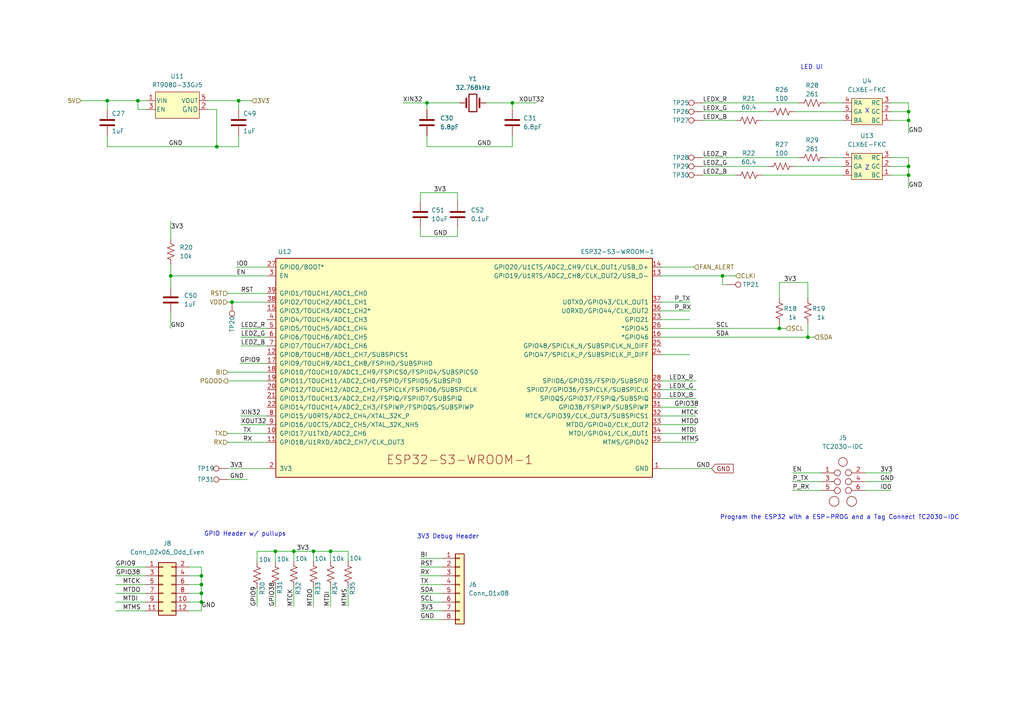
<source format=kicad_sch>
(kicad_sch (version 20211123) (generator eeschema)
  (paper "A4")
  (lib_symbols
    (symbol "CLX6E-FKC_1"
      (property "Reference" "U" (at 3.81 5.08 0))
      (property "Value" "CLX6E-FKC_1" (at 1.27 -5.08 0))
      (symbol "CLX6E-FKC_1_0_1"
        (rectangle (start -3.81 3.81) (end 5.08 -3.81) (stroke (width 0.1524)) (fill (type background)))
      )
      (symbol "CLX6E-FKC_1_1_1"
        (pin bidirectional line (at 7.62 -2.54 180) (length 2.54) (name "BC") (number "1"))
        (pin bidirectional line (at 7.62 0 180) (length 2.54) (name "GC") (number "2"))
        (pin bidirectional line (at 7.62 2.54 180) (length 2.54) (name "RC") (number "3"))
        (pin bidirectional line (at -6.35 2.54 0) (length 2.54) (name "RA") (number "4"))
        (pin bidirectional line (at -6.35 0 0) (length 2.54) (name "GA") (number "5"))
        (pin input line (at -6.35 -2.54 0) (length 2.54) (name "BA") (number "6"))
      )
    )
    (symbol "Connector:TestPoint" (pin_numbers hide) (pin_names (offset 0.762) hide)
      (property "Reference" "TP" (at 0 6.858 0))
      (property "Value" "TestPoint" (at 0 5.08 0))
      (symbol "TestPoint_0_1"
        (circle (center 0 3.302) (radius 0.762))
      )
      (symbol "TestPoint_1_1"
        (pin passive line (at 0 0 90) (length 2.54) (name "1") (number "1"))
      )
    )
    (symbol "Connector_Generic:Conn_01x08" (pin_names (offset 1.016) hide)
      (property "Reference" "J" (at 0 10.16 0))
      (property "Value" "Conn_01x08" (at 0 -12.7 0))
      (symbol "Conn_01x08_1_1"
        (rectangle (start -1.27 -10.033) (end 0 -10.287) (stroke (width 0.1524)))
        (rectangle (start -1.27 -7.493) (end 0 -7.747) (stroke (width 0.1524)))
        (rectangle (start -1.27 -4.953) (end 0 -5.207) (stroke (width 0.1524)))
        (rectangle (start -1.27 -2.413) (end 0 -2.667) (stroke (width 0.1524)))
        (rectangle (start -1.27 0.127) (end 0 -0.127) (stroke (width 0.1524)))
        (rectangle (start -1.27 2.667) (end 0 2.413) (stroke (width 0.1524)))
        (rectangle (start -1.27 5.207) (end 0 4.953) (stroke (width 0.1524)))
        (rectangle (start -1.27 7.747) (end 0 7.493) (stroke (width 0.1524)))
        (rectangle (start -1.27 8.89) (end 1.27 -11.43) (stroke (width 0.254)) (fill (type background)))
        (pin passive line (at -5.08 7.62 0) (length 3.81) (name "Pin_1") (number "1"))
        (pin passive line (at -5.08 5.08 0) (length 3.81) (name "Pin_2") (number "2"))
        (pin passive line (at -5.08 2.54 0) (length 3.81) (name "Pin_3") (number "3"))
        (pin passive line (at -5.08 0 0) (length 3.81) (name "Pin_4") (number "4"))
        (pin passive line (at -5.08 -2.54 0) (length 3.81) (name "Pin_5") (number "5"))
        (pin passive line (at -5.08 -5.08 0) (length 3.81) (name "Pin_6") (number "6"))
        (pin passive line (at -5.08 -7.62 0) (length 3.81) (name "Pin_7") (number "7"))
        (pin passive line (at -5.08 -10.16 0) (length 3.81) (name "Pin_8") (number "8"))
      )
    )
    (symbol "Connector_Generic:Conn_02x06_Odd_Even" (pin_names (offset 1.016) hide)
      (property "Reference" "J" (at 1.27 7.62 0))
      (property "Value" "Conn_02x06_Odd_Even" (at 1.27 -10.16 0))
      (symbol "Conn_02x06_Odd_Even_1_1"
        (rectangle (start -1.27 -7.493) (end 0 -7.747) (stroke (width 0.1524)))
        (rectangle (start -1.27 -4.953) (end 0 -5.207) (stroke (width 0.1524)))
        (rectangle (start -1.27 -2.413) (end 0 -2.667) (stroke (width 0.1524)))
        (rectangle (start -1.27 0.127) (end 0 -0.127) (stroke (width 0.1524)))
        (rectangle (start -1.27 2.667) (end 0 2.413) (stroke (width 0.1524)))
        (rectangle (start -1.27 5.207) (end 0 4.953) (stroke (width 0.1524)))
        (rectangle (start -1.27 6.35) (end 3.81 -8.89) (stroke (width 0.254)) (fill (type background)))
        (rectangle (start 3.81 -7.493) (end 2.54 -7.747) (stroke (width 0.1524)))
        (rectangle (start 3.81 -4.953) (end 2.54 -5.207) (stroke (width 0.1524)))
        (rectangle (start 3.81 -2.413) (end 2.54 -2.667) (stroke (width 0.1524)))
        (rectangle (start 3.81 0.127) (end 2.54 -0.127) (stroke (width 0.1524)))
        (rectangle (start 3.81 2.667) (end 2.54 2.413) (stroke (width 0.1524)))
        (rectangle (start 3.81 5.207) (end 2.54 4.953) (stroke (width 0.1524)))
        (pin passive line (at -5.08 5.08 0) (length 3.81) (name "Pin_1") (number "1"))
        (pin passive line (at 7.62 -5.08 180) (length 3.81) (name "Pin_10") (number "10"))
        (pin passive line (at -5.08 -7.62 0) (length 3.81) (name "Pin_11") (number "11"))
        (pin passive line (at 7.62 -7.62 180) (length 3.81) (name "Pin_12") (number "12"))
        (pin passive line (at 7.62 5.08 180) (length 3.81) (name "Pin_2") (number "2"))
        (pin passive line (at -5.08 2.54 0) (length 3.81) (name "Pin_3") (number "3"))
        (pin passive line (at 7.62 2.54 180) (length 3.81) (name "Pin_4") (number "4"))
        (pin passive line (at -5.08 0 0) (length 3.81) (name "Pin_5") (number "5"))
        (pin passive line (at 7.62 0 180) (length 3.81) (name "Pin_6") (number "6"))
        (pin passive line (at -5.08 -2.54 0) (length 3.81) (name "Pin_7") (number "7"))
        (pin passive line (at 7.62 -2.54 180) (length 3.81) (name "Pin_8") (number "8"))
        (pin passive line (at -5.08 -5.08 0) (length 3.81) (name "Pin_9") (number "9"))
      )
    )
    (symbol "Device:C" (pin_numbers hide) (pin_names (offset 0.254))
      (property "Reference" "C" (at 0.635 2.54 0))
      (property "Value" "C" (at 0.635 -2.54 0))
      (symbol "C_0_1"
        (polyline (pts (xy -2.032 -0.762) (xy 2.032 -0.762)) (stroke (width 0.508)))
        (polyline (pts (xy -2.032 0.762) (xy 2.032 0.762)) (stroke (width 0.508)))
      )
      (symbol "C_1_1"
        (pin passive line (at 0 3.81 270) (length 2.794) (name "~") (number "1"))
        (pin passive line (at 0 -3.81 90) (length 2.794) (name "~") (number "2"))
      )
    )
    (symbol "Device:Crystal" (pin_numbers hide) (pin_names (offset 1.016) hide)
      (property "Reference" "Y" (at 0 3.81 0))
      (property "Value" "Crystal" (at 0 -3.81 0))
      (symbol "Crystal_0_1"
        (rectangle (start -1.143 2.54) (end 1.143 -2.54) (stroke (width 0.3048)))
        (polyline (pts (xy -2.54 0) (xy -1.905 0)))
        (polyline (pts (xy -1.905 -1.27) (xy -1.905 1.27)) (stroke (width 0.508)))
        (polyline (pts (xy 1.905 -1.27) (xy 1.905 1.27)) (stroke (width 0.508)))
        (polyline (pts (xy 2.54 0) (xy 1.905 0)))
      )
      (symbol "Crystal_1_1"
        (pin passive line (at -3.81 0 0) (length 1.27) (name "1") (number "1"))
        (pin passive line (at 3.81 0 180) (length 1.27) (name "2") (number "2"))
      )
    )
    (symbol "Device:R_US" (pin_numbers hide) (pin_names (offset 0))
      (property "Reference" "R" (at 2.54 0 90))
      (property "Value" "R_US" (at -2.54 0 90))
      (symbol "R_US_0_1"
        (polyline (pts (xy 0 -2.286) (xy 0 -2.54)))
        (polyline (pts (xy 0 2.286) (xy 0 2.54)))
        (polyline (pts (xy 0 -0.762) (xy 1.016 -1.143) (xy 0 -1.524) (xy -1.016 -1.905) (xy 0 -2.286)))
        (polyline (pts (xy 0 0.762) (xy 1.016 0.381) (xy 0 0) (xy -1.016 -0.381) (xy 0 -0.762)))
        (polyline (pts (xy 0 2.286) (xy 1.016 1.905) (xy 0 1.524) (xy -1.016 1.143) (xy 0 0.762)))
      )
      (symbol "R_US_1_1"
        (pin passive line (at 0 3.81 270) (length 1.27) (name "~") (number "1"))
        (pin passive line (at 0 -3.81 90) (length 1.27) (name "~") (number "2"))
      )
    )
    (symbol "Espressif:ESP32-S3-WROOM-1" (pin_names (offset 1.016))
      (property "Reference" "U" (at -53.34 38.1 0))
      (property "Value" "ESP32-S3-WROOM-1" (at -53.34 35.56 0))
      (symbol "ESP32-S3-WROOM-1_0_0"
        (rectangle (start -53.34 33.02) (end 55.88 -30.48) (stroke (width 0.254)) (fill (type background)))
        (text "ESP32-S3-WROOM-1" (at 0 -25.4 0) (effects (font (size 2.54 2.54))))
        (pin power_in line (at 58.42 -27.94 180) (length 2.54) (name "GND") (number "1"))
        (pin bidirectional line (at -55.88 -17.78 0) (length 2.54) (name "GPIO17/U1TXD/ADC2_CH6") (number "10"))
        (pin bidirectional line (at -55.88 -20.32 0) (length 2.54) (name "GPIO18/U1RXD/ADC2_CH7/CLK_OUT3") (number "11"))
        (pin bidirectional line (at -55.88 5.08 0) (length 2.54) (name "GPIO8/TOUCH8/ADC1_CH7/SUBSPICS1") (number "12"))
        (pin bidirectional line (at 58.42 27.94 180) (length 2.54) (name "GPIO19/U1RTS/ADC2_CH8/CLK_OUT2/USB_D-") (number "13"))
        (pin bidirectional line (at 58.42 30.48 180) (length 2.54) (name "GPIO20/U1CTS/ADC2_CH9/CLK_OUT1/USB_D+") (number "14"))
        (pin bidirectional line (at -55.88 17.78 0) (length 2.54) (name "GPIO3/TOUCH3/ADC1_CH2*") (number "15"))
        (pin bidirectional line (at 58.42 10.16 180) (length 2.54) (name "*GPIO46") (number "16"))
        (pin bidirectional line (at -55.88 2.54 0) (length 2.54) (name "GPIO9/TOUCH9/ADC1_CH8/FSPIHD/SUBSPIHD") (number "17"))
        (pin bidirectional line (at -55.88 0 0) (length 2.54) (name "GPIO10/TOUCH10/ADC1_CH9/FSPICS0/FSPIIO4/SUBSPICS0") (number "18"))
        (pin bidirectional line (at -55.88 -2.54 0) (length 2.54) (name "GPIO11/TOUCH11/ADC2_CH0/FSPID/FSPIIO5/SUBSPID") (number "19"))
        (pin power_in line (at -55.88 -27.94 0) (length 2.54) (name "3V3") (number "2"))
        (pin bidirectional line (at -55.88 -5.08 0) (length 2.54) (name "GPIO12/TOUCH12/ADC2_CH1/FSPICLK/FSPIIO6/SUBSPICLK") (number "20"))
        (pin bidirectional line (at -55.88 -7.62 0) (length 2.54) (name "GPIO13/TOUCH13/ADC2_CH2/FSPIQ/FSPIIO7/SUBSPIQ") (number "21"))
        (pin bidirectional line (at -55.88 -10.16 0) (length 2.54) (name "GPIO14/TOUCH14/ADC2_CH3/FSPIWP/FSPIDQS/SUBSPIWP") (number "22"))
        (pin bidirectional line (at 58.42 15.24 180) (length 2.54) (name "GPIO21") (number "23"))
        (pin bidirectional line (at 58.42 5.08 180) (length 2.54) (name "GPIO47/SPICLK_P/SUBSPICLK_P_DIFF") (number "24"))
        (pin bidirectional line (at 58.42 7.62 180) (length 2.54) (name "GPIO48/SPICLK_N/SUBSPICLK_N_DIFF") (number "25"))
        (pin bidirectional line (at 58.42 12.7 180) (length 2.54) (name "*GPIO45") (number "26"))
        (pin bidirectional line (at -55.88 30.48 0) (length 2.54) (name "GPIO0/BOOT*") (number "27"))
        (pin bidirectional line (at 58.42 -2.54 180) (length 2.54) (name "SPIIO6/GPIO35/FSPID/SUBSPID") (number "28"))
        (pin bidirectional line (at 58.42 -5.08 180) (length 2.54) (name "SPIIO7/GPIO36/FSPICLK/SUBSPICLK") (number "29"))
        (pin input line (at -55.88 27.94 0) (length 2.54) (name "EN") (number "3"))
        (pin bidirectional line (at 58.42 -7.62 180) (length 2.54) (name "SPIDQS/GPIO37/FSPIQ/SUBSPIQ") (number "30"))
        (pin bidirectional line (at 58.42 -10.16 180) (length 2.54) (name "GPIO38/FSPIWP/SUBSPIWP") (number "31"))
        (pin bidirectional line (at 58.42 -12.7 180) (length 2.54) (name "MTCK/GPIO39/CLK_OUT3/SUBSPICS1") (number "32"))
        (pin bidirectional line (at 58.42 -15.24 180) (length 2.54) (name "MTDO/GPIO40/CLK_OUT2") (number "33"))
        (pin bidirectional line (at 58.42 -17.78 180) (length 2.54) (name "MTDI/GPIO41/CLK_OUT1") (number "34"))
        (pin bidirectional line (at 58.42 -20.32 180) (length 2.54) (name "MTMS/GPIO42") (number "35"))
        (pin bidirectional line (at 58.42 17.78 180) (length 2.54) (name "U0RXD/GPIO44/CLK_OUT2") (number "36"))
        (pin bidirectional line (at 58.42 20.32 180) (length 2.54) (name "U0TXD/GPIO43/CLK_OUT1") (number "37"))
        (pin bidirectional line (at -55.88 20.32 0) (length 2.54) (name "GPIO2/TOUCH2/ADC1_CH1") (number "38"))
        (pin bidirectional line (at -55.88 22.86 0) (length 2.54) (name "GPIO1/TOUCH1/ADC1_CH0") (number "39"))
        (pin bidirectional line (at -55.88 15.24 0) (length 2.54) (name "GPIO4/TOUCH4/ADC1_CH3") (number "4"))
        (pin passive line (at 58.42 -27.94 180) (length 2.54) hide (name "GND") (number "40"))
        (pin passive line (at 58.42 -27.94 180) (length 2.54) hide (name "GND") (number "41"))
        (pin bidirectional line (at -55.88 12.7 0) (length 2.54) (name "GPIO5/TOUCH5/ADC1_CH4") (number "5"))
        (pin bidirectional line (at -55.88 10.16 0) (length 2.54) (name "GPIO6/TOUCH6/ADC1_CH5") (number "6"))
        (pin bidirectional line (at -55.88 7.62 0) (length 2.54) (name "GPIO7/TOUCH7/ADC1_CH6") (number "7"))
        (pin bidirectional line (at -55.88 -12.7 0) (length 2.54) (name "GPIO15/U0RTS/ADC2_CH4/XTAL_32K_P") (number "8"))
        (pin bidirectional line (at -55.88 -15.24 0) (length 2.54) (name "GPIO16/U0CTS/ADC2_CH5/XTAL_32K_NH5") (number "9"))
      )
    )
    (symbol "Espressif:TC2030-IDC-NL" (pin_names (offset 1.016) hide)
      (property "Reference" "J" (at 0 -8.89 0))
      (property "Value" "TC2030-IDC-NL" (at 0.635 -11.43 0))
      (symbol "TC2030-IDC-NL_0_1"
        (circle (center -2.54 -5.715) (radius 1.4224))
        (circle (center -1.6002 2.54) (radius 0.889))
        (circle (center 0 5.715) (radius 1.27))
      )
      (symbol "TC2030-IDC-NL_1_1"
        (circle (center -1.6002 -2.5908) (radius 0.889))
        (circle (center -1.6002 -0.0508) (radius 0.889))
        (circle (center 1.6002 -2.54) (radius 0.889))
        (circle (center 1.6002 0) (radius 0.889))
        (circle (center 1.6002 2.5908) (radius 0.889))
        (circle (center 2.54 -5.715) (radius 1.4224))
        (pin passive line (at -6.35 2.54 0) (length 3.81) (name "Pin_1") (number "1"))
        (pin passive line (at 6.35 2.54 180) (length 3.81) (name "Pin_2") (number "2"))
        (pin passive line (at -6.35 0 0) (length 3.81) (name "Pin_3") (number "3"))
        (pin passive line (at 6.35 0 180) (length 3.81) (name "Pin_4") (number "4"))
        (pin passive line (at -6.35 -2.54 0) (length 3.81) (name "Pin_5") (number "5"))
        (pin passive line (at 6.35 -2.54 180) (length 3.81) (name "Pin_6") (number "6"))
      )
    )
    (symbol "bitaxe:RT9080-33GJ5" (pin_names (offset 0.254))
      (property "Reference" "U" (at -6.35 5.08 0))
      (property "Value" "RT9080-33GJ5" (at 0 -5.08 0))
      (symbol "RT9080-33GJ5_1_1"
        (rectangle (start -6.35 3.81) (end 6.35 -3.81) (stroke (width 0.1524)) (fill (type background)))
        (pin power_in line (at -8.89 1.27 0) (length 2.54) (name "VIN") (number "1"))
        (pin power_in line (at 8.89 -1.27 180) (length 2.54) (name "GND") (number "2"))
        (pin input line (at -8.89 -1.27 0) (length 2.54) (name "EN") (number "3"))
        (pin output line (at 8.89 1.27 180) (length 2.54) (name "VOUT") (number "5"))
      )
    )
  )
  (junction (at 209.55 80.01))
  (junction (at 85.217 159.893))
  (junction (at 58.42 172.085))
  (junction (at 123.825 29.845))
  (junction (at 263.525 32.385))
  (junction (at 263.525 34.925))
  (junction (at 62.865 42.545))
  (junction (at 263.525 48.26))
  (junction (at 95.885 159.893))
  (junction (at 263.525 50.8))
  (junction (at 40.005 29.21))
  (junction (at 58.42 174.625))
  (junction (at 58.42 169.545))
  (junction (at 148.59 29.845))
  (junction (at 79.883 159.893))
  (junction (at 226.06 95.25))
  (junction (at 90.932 159.893))
  (junction (at 49.53 80.01))
  (junction (at 69.215 29.21))
  (junction (at 58.42 167.005))
  (junction (at 234.315 97.79))
  (junction (at 67.31 87.63))
  (junction (at 31.115 29.21))
  (wire (pts (xy 33.528 177.165) (xy 42.164 177.165)))
  (wire (pts (xy 121.92 172.085) (xy 128.27 172.085)))
  (wire (pts (xy 121.92 177.165) (xy 128.27 177.165)))
  (wire (pts (xy 95.885 159.893) (xy 100.965 159.893)))
  (wire (pts (xy 121.92 55.88) (xy 121.92 58.42)))
  (wire (pts (xy 226.06 95.25) (xy 227.965 95.25)))
  (wire (pts (xy 191.77 113.03) (xy 201.93 113.03)))
  (wire (pts (xy 31.115 29.21) (xy 31.115 31.75)))
  (wire (pts (xy 258.445 32.385) (xy 263.525 32.385)))
  (wire (pts (xy 54.864 174.625) (xy 58.42 174.625)))
  (wire (pts (xy 54.864 167.005) (xy 58.42 167.005)))
  (wire (pts (xy 33.528 167.005) (xy 42.164 167.005)))
  (wire (pts (xy 191.77 125.73) (xy 201.93 125.73)))
  (wire (pts (xy 58.42 169.545) (xy 58.42 172.085)))
  (wire (pts (xy 239.395 29.845) (xy 244.475 29.845)))
  (wire (pts (xy 60.325 31.75) (xy 62.865 31.75)))
  (wire (pts (xy 140.97 29.845) (xy 148.59 29.845)))
  (wire (pts (xy 58.42 164.465) (xy 58.42 167.005)))
  (wire (pts (xy 258.445 50.8) (xy 263.525 50.8)))
  (wire (pts (xy 250.825 139.7) (xy 258.445 139.7)))
  (wire (pts (xy 263.525 32.385) (xy 263.525 34.925)))
  (wire (pts (xy 69.215 39.37) (xy 69.215 42.545)))
  (wire (pts (xy 234.315 93.98) (xy 234.315 97.79)))
  (wire (pts (xy 54.864 164.465) (xy 58.42 164.465)))
  (wire (pts (xy 66.04 110.49) (xy 77.47 110.49)))
  (wire (pts (xy 132.715 68.58) (xy 121.92 68.58)))
  (wire (pts (xy 54.864 177.165) (xy 58.42 177.165)))
  (wire (pts (xy 62.865 31.75) (xy 62.865 42.545)))
  (wire (pts (xy 123.825 42.545) (xy 123.825 39.37)))
  (wire (pts (xy 220.98 34.925) (xy 244.475 34.925)))
  (wire (pts (xy 250.825 137.16) (xy 258.445 137.16)))
  (wire (pts (xy 69.215 29.21) (xy 69.215 31.75)))
  (wire (pts (xy 79.883 159.893) (xy 85.217 159.893)))
  (wire (pts (xy 77.47 125.73) (xy 66.04 125.73)))
  (wire (pts (xy 132.715 66.04) (xy 132.715 68.58)))
  (wire (pts (xy 49.53 76.835) (xy 49.53 80.01)))
  (wire (pts (xy 263.525 34.925) (xy 263.525 38.735)))
  (wire (pts (xy 40.005 29.21) (xy 42.545 29.21)))
  (wire (pts (xy 191.77 92.71) (xy 200.025 92.71)))
  (wire (pts (xy 234.315 81.915) (xy 234.315 86.36)))
  (wire (pts (xy 191.77 102.87) (xy 200.025 102.87)))
  (wire (pts (xy 49.53 90.805) (xy 49.53 95.25)))
  (wire (pts (xy 69.85 97.79) (xy 77.47 97.79)))
  (wire (pts (xy 58.42 172.085) (xy 58.42 174.625)))
  (wire (pts (xy 209.55 82.55) (xy 209.55 80.01)))
  (wire (pts (xy 69.85 100.33) (xy 77.47 100.33)))
  (wire (pts (xy 226.06 81.915) (xy 226.06 86.36)))
  (wire (pts (xy 148.59 29.845) (xy 155.575 29.845)))
  (wire (pts (xy 69.85 120.65) (xy 77.47 120.65)))
  (wire (pts (xy 85.217 159.893) (xy 85.217 162.687)))
  (wire (pts (xy 77.47 85.09) (xy 66.04 85.09)))
  (wire (pts (xy 230.505 48.26) (xy 244.475 48.26)))
  (wire (pts (xy 66.04 107.95) (xy 77.47 107.95)))
  (wire (pts (xy 68.58 77.47) (xy 77.47 77.47)))
  (wire (pts (xy 191.77 120.65) (xy 201.93 120.65)))
  (wire (pts (xy 191.77 115.57) (xy 201.93 115.57)))
  (wire (pts (xy 116.84 29.845) (xy 123.825 29.845)))
  (wire (pts (xy 123.825 42.545) (xy 148.59 42.545)))
  (wire (pts (xy 220.98 50.8) (xy 244.475 50.8)))
  (wire (pts (xy 203.835 34.925) (xy 213.36 34.925)))
  (wire (pts (xy 123.825 29.845) (xy 123.825 31.75)))
  (wire (pts (xy 54.864 172.085) (xy 58.42 172.085)))
  (wire (pts (xy 54.864 169.545) (xy 58.42 169.545)))
  (wire (pts (xy 23.495 29.21) (xy 31.115 29.21)))
  (wire (pts (xy 210.82 82.55) (xy 209.55 82.55)))
  (wire (pts (xy 222.885 48.26) (xy 203.835 48.26)))
  (wire (pts (xy 250.825 142.24) (xy 258.445 142.24)))
  (wire (pts (xy 191.77 123.19) (xy 201.93 123.19)))
  (wire (pts (xy 90.932 159.893) (xy 90.932 162.687)))
  (wire (pts (xy 203.835 50.8) (xy 213.36 50.8)))
  (wire (pts (xy 191.77 77.47) (xy 201.295 77.47)))
  (wire (pts (xy 121.92 174.625) (xy 128.27 174.625)))
  (wire (pts (xy 74.549 159.893) (xy 79.883 159.893)))
  (wire (pts (xy 258.445 48.26) (xy 263.525 48.26)))
  (wire (pts (xy 69.85 123.19) (xy 77.47 123.19)))
  (wire (pts (xy 33.528 169.545) (xy 42.164 169.545)))
  (wire (pts (xy 263.525 48.26) (xy 263.525 50.8)))
  (wire (pts (xy 226.06 81.915) (xy 234.315 81.915)))
  (wire (pts (xy 230.505 32.385) (xy 244.475 32.385)))
  (wire (pts (xy 234.315 97.79) (xy 236.22 97.79)))
  (wire (pts (xy 191.77 90.17) (xy 200.025 90.17)))
  (wire (pts (xy 90.932 170.307) (xy 90.932 175.895)))
  (wire (pts (xy 95.885 159.893) (xy 95.885 162.687)))
  (wire (pts (xy 77.47 128.27) (xy 66.04 128.27)))
  (wire (pts (xy 191.77 110.49) (xy 201.93 110.49)))
  (wire (pts (xy 123.825 29.845) (xy 133.35 29.845)))
  (wire (pts (xy 33.528 164.465) (xy 42.164 164.465)))
  (wire (pts (xy 229.87 142.24) (xy 238.125 142.24)))
  (wire (pts (xy 49.53 80.01) (xy 77.47 80.01)))
  (wire (pts (xy 69.85 95.25) (xy 77.47 95.25)))
  (wire (pts (xy 79.883 170.561) (xy 79.883 175.895)))
  (wire (pts (xy 191.77 97.79) (xy 234.315 97.79)))
  (wire (pts (xy 49.53 64.135) (xy 49.53 69.215)))
  (wire (pts (xy 66.04 139.065) (xy 71.755 139.065)))
  (wire (pts (xy 69.215 29.21) (xy 73.025 29.21)))
  (wire (pts (xy 33.528 174.625) (xy 42.164 174.625)))
  (wire (pts (xy 31.115 29.21) (xy 40.005 29.21)))
  (wire (pts (xy 121.92 167.005) (xy 128.27 167.005)))
  (wire (pts (xy 121.92 169.545) (xy 128.27 169.545)))
  (wire (pts (xy 191.77 118.11) (xy 201.93 118.11)))
  (wire (pts (xy 79.883 159.893) (xy 79.883 162.941)))
  (wire (pts (xy 191.77 128.27) (xy 201.93 128.27)))
  (wire (pts (xy 100.965 159.893) (xy 100.965 162.687)))
  (wire (pts (xy 33.528 172.085) (xy 42.164 172.085)))
  (wire (pts (xy 263.525 45.72) (xy 263.525 48.26)))
  (wire (pts (xy 191.77 135.89) (xy 206.375 135.89)))
  (wire (pts (xy 229.87 139.7) (xy 238.125 139.7)))
  (wire (pts (xy 31.115 42.545) (xy 31.115 39.37)))
  (wire (pts (xy 67.31 87.63) (xy 77.47 87.63)))
  (wire (pts (xy 263.525 50.8) (xy 263.525 54.61)))
  (wire (pts (xy 121.92 68.58) (xy 121.92 66.04)))
  (wire (pts (xy 121.92 161.925) (xy 128.27 161.925)))
  (wire (pts (xy 203.835 45.72) (xy 231.775 45.72)))
  (wire (pts (xy 209.55 80.01) (xy 213.36 80.01)))
  (wire (pts (xy 85.217 170.307) (xy 85.217 175.895)))
  (wire (pts (xy 42.545 31.75) (xy 40.005 31.75)))
  (wire (pts (xy 258.445 34.925) (xy 263.525 34.925)))
  (wire (pts (xy 148.59 29.845) (xy 148.59 31.75)))
  (wire (pts (xy 90.932 159.893) (xy 95.885 159.893)))
  (wire (pts (xy 229.87 137.16) (xy 238.125 137.16)))
  (wire (pts (xy 191.77 95.25) (xy 226.06 95.25)))
  (wire (pts (xy 69.596 105.41) (xy 77.47 105.41)))
  (wire (pts (xy 191.77 87.63) (xy 200.025 87.63)))
  (wire (pts (xy 40.005 31.75) (xy 40.005 29.21)))
  (wire (pts (xy 74.549 162.941) (xy 74.549 159.893)))
  (wire (pts (xy 95.885 170.307) (xy 95.885 175.895)))
  (wire (pts (xy 121.92 179.705) (xy 128.27 179.705)))
  (wire (pts (xy 100.965 170.307) (xy 100.965 175.895)))
  (wire (pts (xy 49.53 80.01) (xy 49.53 83.185)))
  (wire (pts (xy 239.395 45.72) (xy 244.475 45.72)))
  (wire (pts (xy 226.06 93.98) (xy 226.06 95.25)))
  (wire (pts (xy 148.59 39.37) (xy 148.59 42.545)))
  (wire (pts (xy 85.217 159.893) (xy 90.932 159.893)))
  (wire (pts (xy 203.835 29.845) (xy 231.775 29.845)))
  (wire (pts (xy 258.445 29.845) (xy 263.525 29.845)))
  (wire (pts (xy 132.715 55.88) (xy 121.92 55.88)))
  (wire (pts (xy 258.445 45.72) (xy 263.525 45.72)))
  (wire (pts (xy 74.549 170.561) (xy 74.549 175.895)))
  (wire (pts (xy 121.92 164.465) (xy 128.27 164.465)))
  (wire (pts (xy 222.885 32.385) (xy 203.835 32.385)))
  (wire (pts (xy 66.04 135.89) (xy 77.47 135.89)))
  (wire (pts (xy 132.715 58.42) (xy 132.715 55.88)))
  (wire (pts (xy 263.525 29.845) (xy 263.525 32.385)))
  (wire (pts (xy 66.04 87.63) (xy 67.31 87.63)))
  (wire (pts (xy 69.215 42.545) (xy 62.865 42.545)))
  (wire (pts (xy 60.325 29.21) (xy 69.215 29.21)))
  (wire (pts (xy 58.42 174.625) (xy 58.42 177.165)))
  (wire (pts (xy 62.865 42.545) (xy 31.115 42.545)))
  (wire (pts (xy 191.77 80.01) (xy 209.55 80.01)))
  (wire (pts (xy 58.42 167.005) (xy 58.42 169.545)))
  (text "X" (at 250.825 33.02 0) (effects (font (size 1.27 1.27)) (justify left bottom)))
  (text "Z" (at 250.825 49.53 0) (effects (font (size 1.27 1.27)) (justify left bottom)))
  (text "Program the ESP32 with a ESP-PROG and a Tag Connect TC2030-IDC" (at 208.788 150.876 0) (effects (font (size 1.27 1.27)) (justify left bottom)))
  (text "3V3 Debug Header" (at 120.904 156.464 0) (effects (font (size 1.27 1.27)) (justify left bottom)))
  (text "GPIO Header w/ pullups" (at 59.182 155.702 0) (effects (font (size 1.27 1.27)) (justify left bottom)))
  (text "LED UI" (at 232.156 20.32 0) (effects (font (size 1.27 1.27)) (justify left bottom)))
  (label "LEDZ_G" (at 203.835 48.26 0))
  (label "GPIO9" (at 74.549 175.895 90))
  (label "P_RX" (at 229.87 142.24 0))
  (label "RX" (at 121.92 167.005 0))
  (label "EN" (at 68.58 80.01 0))
  (label "MTMS" (at 197.485 128.27 0))
  (label "RST" (at 121.92 164.465 0))
  (label "RST" (at 69.85 85.09 0))
  (label "GPIO9" (at 33.528 164.465 0))
  (label "SDA" (at 121.92 172.085 0))
  (label "MTCK" (at 85.217 175.895 90))
  (label "GPIO38" (at 33.655 167.005 0))
  (label "GND" (at 263.525 54.61 0))
  (label "GPIO38" (at 195.58 118.11 0))
  (label "LEDX_G" (at 194.056 113.03 0))
  (label "P_TX" (at 229.87 139.7 0))
  (label "EN" (at 229.87 137.16 0))
  (label "MTMS" (at 100.965 175.895 90))
  (label "3V3" (at 85.979 159.893 0))
  (label "MTDO" (at 35.56 172.085 0))
  (label "XOUT32" (at 150.495 29.845 0))
  (label "P_RX" (at 195.58 90.17 0))
  (label "LEDX_G" (at 203.835 32.385 0))
  (label "LEDZ_G" (at 69.85 97.79 0))
  (label "GND" (at 125.73 68.58 0))
  (label "3V3" (at 66.675 135.89 0))
  (label "3V3" (at 227.33 81.915 0))
  (label "MTDI" (at 35.56 174.625 0))
  (label "IO0" (at 68.58 77.47 0))
  (label "SDA" (at 207.645 97.79 0))
  (label "BI" (at 121.92 161.925 0))
  (label "GND" (at 66.675 139.065 0))
  (label "XIN32" (at 69.85 120.65 0))
  (label "TX" (at 70.485 125.73 0))
  (label "MTDO" (at 197.485 123.19 0))
  (label "GND" (at 138.43 42.545 0))
  (label "3V3" (at 255.27 137.16 0))
  (label "GND" (at 58.42 176.53 0))
  (label "LEDX_R" (at 194.056 110.49 0))
  (label "MTMS" (at 35.56 177.165 0))
  (label "MTDI" (at 197.485 125.73 0))
  (label "LEDZ_R" (at 203.835 45.72 0))
  (label "MTCK" (at 35.56 169.545 0))
  (label "IO0" (at 255.27 142.24 0))
  (label "SCL" (at 121.92 174.625 0))
  (label "SCL" (at 207.645 95.25 0))
  (label "XOUT32" (at 69.85 123.19 0))
  (label "XIN32" (at 116.84 29.845 0))
  (label "GND" (at 201.93 135.89 0))
  (label "TX" (at 121.92 169.545 0))
  (label "3V3" (at 125.73 55.88 0))
  (label "3V3" (at 121.92 177.165 0))
  (label "LEDX_R" (at 203.835 29.845 0))
  (label "MTCK" (at 197.485 120.65 0))
  (label "3V3" (at 49.53 66.675 0))
  (label "GND" (at 49.53 95.25 0))
  (label "P_TX" (at 195.58 87.63 0))
  (label "GND" (at 121.92 179.705 0))
  (label "LEDZ_R" (at 69.85 95.25 0))
  (label "GPIO9" (at 69.596 105.41 0))
  (label "GPIO38" (at 79.883 175.895 90))
  (label "GND" (at 255.27 139.7 0))
  (label "GND" (at 48.895 42.545 0))
  (label "LEDX_B" (at 194.056 115.57 0))
  (label "RX" (at 70.485 128.27 0))
  (label "MTDO" (at 90.932 175.895 90))
  (label "LEDZ_B" (at 69.85 100.33 0))
  (label "LEDZ_B" (at 203.835 50.8 0))
  (label "LEDX_B" (at 203.835 34.925 0))
  (label "GND" (at 263.525 38.735 0))
  (label "MTDI" (at 95.885 175.895 90))
  (global_label "GND" (shape input) (at 206.375 135.89 0) (property "Intersheet References" "${INTERSHEET_REFS}" (effects hide)))
  (hierarchical_label "TX" (shape input) (at 66.04 125.73 180))
  (hierarchical_label "RX" (shape input) (at 66.04 128.27 180))
  (hierarchical_label "CLKI" (shape input) (at 213.36 80.01 0))
  (hierarchical_label "FAN_ALERT" (shape input) (at 201.295 77.47 0))
  (hierarchical_label "BI" (shape input) (at 66.04 107.95 180))
  (hierarchical_label "3V3" (shape input) (at 73.025 29.21 0))
  (hierarchical_label "SCL" (shape input) (at 227.965 95.25 0))
  (hierarchical_label "RST" (shape input) (at 66.04 85.09 180))
  (hierarchical_label "SDA" (shape input) (at 236.22 97.79 0))
  (hierarchical_label "PGOOD" (shape output) (at 66.04 110.49 180))
  (hierarchical_label "5V" (shape input) (at 23.495 29.21 180))
  (hierarchical_label "VDD" (shape input) (at 66.04 87.63 180))
  (symbol (lib_id "Device:R_US") (at 100.965 166.497 0) (unit 1)
    (property "Reference" "R35" (at 102.235 172.593 90) (effects (justify left)))
    (property "Value" "10k" (at 101.346 161.925 0) (effects (justify left)))
    (property "Footprint" "Resistor_SMD:R_0402_1005Metric" (effects hide))
    (property "DK" "311-10KJRCT-ND" (effects hide))
    (property "DNP" "T" (effects hide))
  )
  (symbol (lib_id "Device:R_US") (at 235.585 29.845 90) (unit 1)
    (property "Reference" "R28" (at 235.585 24.765 90))
    (property "Value" "261" (at 235.585 27.305 90))
    (property "Footprint" "Resistor_SMD:R_0402_1005Metric" (effects hide))
    (property "DK" "YAG3078CT-ND" (effects hide))
  )
  (symbol (lib_id "Device:R_US") (at 226.06 90.17 180) (unit 1)
    (property "Reference" "R18" (at 229.235 89.535 0))
    (property "Value" "1k" (at 229.87 92.075 0))
    (property "Footprint" "Resistor_SMD:R_0402_1005Metric" (effects hide))
    (property "DK" "YAG2306CT-ND" (effects hide))
  )
  (symbol (lib_id "Device:C") (at 49.53 86.995 0) (unit 1)
    (property "Reference" "C50" (at 53.34 85.7249 0) (effects (justify left)))
    (property "Value" "1uF" (at 53.34 88.2649 0) (effects (justify left)))
    (property "Footprint" "Capacitor_SMD:C_0402_1005Metric" (effects hide))
    (property "DK" "587-5514-1-ND" (effects hide))
  )
  (symbol (lib_id "Device:C") (at 123.825 35.56 0) (unit 1)
    (property "Reference" "C30" (at 127.635 34.2899 0) (effects (justify left)))
    (property "Value" "6.8pF" (at 127.635 36.8299 0) (effects (justify left)))
    (property "Footprint" "Capacitor_SMD:C_0402_1005Metric" (effects hide))
    (property "DK" "399-C0402C689C5GAC7867CT-ND" (effects hide))
    (property "PARTNO" "C0402C689C5GAC7867" (effects hide))
  )
  (symbol (lib_id "Device:R_US") (at 95.885 166.497 0) (unit 1)
    (property "Reference" "R34" (at 97.155 172.593 90) (effects (justify left)))
    (property "Value" "10k" (at 96.266 162.052 0) (effects (justify left)))
    (property "Footprint" "Resistor_SMD:R_0402_1005Metric" (effects hide))
    (property "DK" "311-10KJRCT-ND" (effects hide))
    (property "DNP" "T" (effects hide))
  )
  (symbol (lib_id "Connector:TestPoint") (at 203.835 34.925 90) (mirror x) (unit 1)
    (property "Reference" "TP27" (at 197.485 34.925 90))
    (property "Value" "TestPoint" (effects hide))
    (property "Footprint" "TestPoint:TestPoint_Pad_D1.5mm" (effects hide))
    (property "DNP" "T" (effects hide))
  )
  (symbol (lib_id "Connector:TestPoint") (at 203.835 48.26 90) (mirror x) (unit 1)
    (property "Reference" "TP29" (at 197.485 48.26 90))
    (property "Value" "TestPoint" (effects hide))
    (property "Footprint" "TestPoint:TestPoint_Pad_D1.5mm" (effects hide))
    (property "DNP" "T" (effects hide))
  )
  (symbol (lib_name "CLX6E-FKC_1") (lib_id "bitaxe:CLX6E-FKC") (at 250.825 32.385 0) (unit 1)
    (property "Reference" "U4" (at 251.46 23.495 0))
    (property "Value" "CLX6E-FKC" (at 251.46 26.035 0))
    (property "Footprint" "bitaxe:CLX6E-FKC-CH1M1D1BB7C3D3" (effects hide))
    (property "Datasheet" "https://assets.cree-led.com/a/ds/h/HB-CLX6E-FKC.pdf" (effects hide))
    (property "DK" "CLX6E-FKC-CH1M1D1BB7C3D3CT-ND" (effects hide))
    (property "PARTNO" "CLX6E-FKC-CH1M1D1BB7C3D3" (effects hide))
  )
  (symbol (lib_id "Device:C") (at 132.715 62.23 0) (unit 1)
    (property "Reference" "C52" (at 136.525 60.9599 0) (effects (justify left)))
    (property "Value" "0.1uF" (at 136.525 63.4999 0) (effects (justify left)))
    (property "Footprint" "Capacitor_SMD:C_0402_1005Metric" (effects hide))
    (property "DK" "1292-1639-1-ND" (effects hide))
  )
  (symbol (lib_id "Connector:TestPoint") (at 67.31 87.63 0) (mirror x) (unit 1)
    (property "Reference" "TP20" (at 67.31 93.98 90))
    (property "Value" "TestPoint" (effects hide))
    (property "Footprint" "TestPoint:TestPoint_Pad_D1.5mm" (effects hide))
    (property "DNP" "T" (effects hide))
  )
  (symbol (lib_id "Connector_Generic:Conn_02x06_Odd_Even") (at 47.244 169.545 0) (unit 1)
    (property "Reference" "J8" (at 48.514 157.607 0))
    (property "Value" "Conn_02x06_Odd_Even" (at 48.514 160.147 0))
    (property "Footprint" "Connector_PinHeader_2.54mm:PinHeader_2x06_P2.54mm_Vertical_SMD" (effects hide))
    (property "DNP" "T" (effects hide))
  )
  (symbol (lib_id "Device:R_US") (at 226.695 32.385 90) (unit 1)
    (property "Reference" "R26" (at 226.695 26.035 90))
    (property "Value" "100" (at 226.695 28.575 90))
    (property "Footprint" "Resistor_SMD:R_0402_1005Metric" (effects hide))
    (property "DK" "RMCF0402FT100RCT-ND" (effects hide))
  )
  (symbol (lib_id "Device:R_US") (at 235.585 45.72 90) (unit 1)
    (property "Reference" "R29" (at 235.585 40.64 90))
    (property "Value" "261" (at 235.585 43.18 90))
    (property "Footprint" "Resistor_SMD:R_0402_1005Metric" (effects hide))
    (property "DK" "YAG3078CT-ND" (effects hide))
  )
  (symbol (lib_id "Device:R_US") (at 234.315 90.17 180) (unit 1)
    (property "Reference" "R19" (at 237.49 89.535 0))
    (property "Value" "1k" (at 238.125 92.075 0))
    (property "Footprint" "Resistor_SMD:R_0402_1005Metric" (effects hide))
    (property "DK" "YAG2306CT-ND" (effects hide))
  )
  (symbol (lib_id "Device:C") (at 148.59 35.56 0) (unit 1)
    (property "Reference" "C31" (at 151.765 34.2899 0) (effects (justify left)))
    (property "Value" "6.8pF" (at 151.765 36.8299 0) (effects (justify left)))
    (property "Footprint" "Capacitor_SMD:C_0402_1005Metric" (effects hide))
    (property "DK" "399-C0402C689C5GAC7867CT-ND" (effects hide))
    (property "PARTNO" "C0402C689C5GAC7867" (effects hide))
  )
  (symbol (lib_id "Device:R_US") (at 85.217 166.497 0) (unit 1)
    (property "Reference" "R32" (at 86.487 172.593 90) (effects (justify left)))
    (property "Value" "10k" (at 85.598 162.052 0) (effects (justify left)))
    (property "Footprint" "Resistor_SMD:R_0402_1005Metric" (effects hide))
    (property "DK" "311-10KJRCT-ND" (effects hide))
    (property "DNP" "T" (effects hide))
  )
  (symbol (lib_id "bitaxe:RT9080-33GJ5") (at 51.435 30.48 0) (unit 1)
    (property "Reference" "U11" (at 51.435 22.098 0))
    (property "Value" "RT9080-33GJ5" (at 51.435 24.638 0))
    (property "Footprint" "bitaxe:RT9080-33GJ5" (effects hide))
    (property "Datasheet" "https://www.richtek.com/assets/product_file/RT9080/DS9080-05.pdf" (effects hide))
    (property "DK" "1028-1509-1-ND" (effects hide))
    (property "PARTNO" "RT9080-33GJ5" (effects hide))
  )
  (symbol (lib_id "Connector:TestPoint") (at 203.835 50.8 90) (mirror x) (unit 1)
    (property "Reference" "TP30" (at 197.485 50.8 90))
    (property "Value" "TestPoint" (effects hide))
    (property "Footprint" "TestPoint:TestPoint_Pad_D1.5mm" (effects hide))
    (property "DNP" "T" (effects hide))
  )
  (symbol (lib_id "Device:R_US") (at 74.549 166.751 0) (unit 1)
    (property "Reference" "R30" (at 76.073 172.593 90) (effects (justify left)))
    (property "Value" "10k" (at 75.057 162.306 0) (effects (justify left)))
    (property "Footprint" "Resistor_SMD:R_0402_1005Metric" (effects hide))
    (property "DK" "311-10KJRCT-ND" (effects hide))
  )
  (symbol (lib_id "Device:R_US") (at 79.883 166.751 0) (unit 1)
    (property "Reference" "R31" (at 81.153 172.339 90) (effects (justify left)))
    (property "Value" "10k" (at 80.264 162.179 0) (effects (justify left)))
    (property "Footprint" "Resistor_SMD:R_0402_1005Metric" (effects hide))
    (property "DK" "311-10KJRCT-ND" (effects hide))
    (property "DNP" "T" (effects hide))
  )
  (symbol (lib_id "Connector:TestPoint") (at 66.04 139.065 90) (mirror x) (unit 1)
    (property "Reference" "TP31" (at 59.69 139.065 90))
    (property "Value" "TestPoint" (effects hide))
    (property "Footprint" "TestPoint:TestPoint_Pad_D1.5mm" (effects hide))
    (property "DNP" "T" (effects hide))
  )
  (symbol (lib_id "Device:R_US") (at 226.695 48.26 90) (unit 1)
    (property "Reference" "R27" (at 226.695 41.91 90))
    (property "Value" "100" (at 226.695 44.45 90))
    (property "Footprint" "Resistor_SMD:R_0402_1005Metric" (effects hide))
    (property "DK" "RMCF0402FT100RCT-ND" (effects hide))
  )
  (symbol (lib_id "Connector:TestPoint") (at 203.835 45.72 90) (mirror x) (unit 1)
    (property "Reference" "TP28" (at 197.485 45.72 90))
    (property "Value" "TestPoint" (effects hide))
    (property "Footprint" "TestPoint:TestPoint_Pad_D1.5mm" (effects hide))
    (property "DNP" "T" (effects hide))
  )
  (symbol (lib_id "Device:R_US") (at 90.932 166.497 0) (unit 1)
    (property "Reference" "R33" (at 92.202 172.593 90) (effects (justify left)))
    (property "Value" "10k" (at 91.186 162.052 0) (effects (justify left)))
    (property "Footprint" "Resistor_SMD:R_0402_1005Metric" (effects hide))
    (property "DK" "311-10KJRCT-ND" (effects hide))
    (property "DNP" "T" (effects hide))
  )
  (symbol (lib_id "Connector:TestPoint") (at 203.835 29.845 90) (mirror x) (unit 1)
    (property "Reference" "TP25" (at 197.485 29.845 90))
    (property "Value" "TestPoint" (effects hide))
    (property "Footprint" "TestPoint:TestPoint_Pad_D1.5mm" (effects hide))
    (property "DNP" "T" (effects hide))
  )
  (symbol (lib_id "Device:R_US") (at 49.53 73.025 0) (unit 1)
    (property "Reference" "R20" (at 52.07 71.7549 0) (effects (justify left)))
    (property "Value" "10k" (at 52.07 74.2949 0) (effects (justify left)))
    (property "Footprint" "Resistor_SMD:R_0402_1005Metric" (effects hide))
    (property "DK" "311-10KJRCT-ND" (effects hide))
  )
  (symbol (lib_id "Device:R_US") (at 217.17 34.925 90) (unit 1)
    (property "Reference" "R21" (at 217.17 28.575 90))
    (property "Value" "60.4" (at 217.17 31.115 90))
    (property "Footprint" "Resistor_SMD:R_0402_1005Metric" (effects hide))
    (property "DK" "311-60.4LRCT-ND" (effects hide))
  )
  (symbol (lib_id "Espressif:TC2030-IDC-NL") (at 244.475 139.7 0) (unit 1)
    (property "Reference" "J5" (at 244.475 127 0))
    (property "Value" "TC2030-IDC" (at 244.475 129.54 0))
    (property "Footprint" "Connector:Tag-Connect_TC2030-IDC-NL_2x03_P1.27mm_Vertical" (effects hide))
    (property "DNP" "T" (effects hide))
  )
  (symbol (lib_id "Device:C") (at 69.215 35.56 0) (unit 1)
    (property "Reference" "C49" (at 70.485 33.655 0) (effects (justify left bottom)))
    (property "Value" "1uF" (at 70.485 38.735 0) (effects (justify left bottom)))
    (property "Footprint" "Capacitor_SMD:C_0402_1005Metric" (effects hide))
    (property "DK" "587-5514-1-ND" (effects hide))
  )
  (symbol (lib_id "Device:C") (at 121.92 62.23 0) (unit 1)
    (property "Reference" "C51" (at 125.095 60.9599 0) (effects (justify left)))
    (property "Value" "10uF" (at 125.095 63.4999 0) (effects (justify left)))
    (property "Footprint" "Capacitor_SMD:C_0805_2012Metric" (effects hide))
    (property "DK" "1276-1096-1-ND" (effects hide))
  )
  (symbol (lib_id "Connector:TestPoint") (at 203.835 32.385 90) (mirror x) (unit 1)
    (property "Reference" "TP26" (at 197.485 32.385 90))
    (property "Value" "TestPoint" (effects hide))
    (property "Footprint" "TestPoint:TestPoint_Pad_D1.5mm" (effects hide))
    (property "DNP" "T" (effects hide))
  )
  (symbol (lib_id "Device:Crystal") (at 137.16 29.845 0) (unit 1)
    (property "Reference" "Y1" (at 137.16 22.86 0))
    (property "Value" "32.768kHz" (at 137.16 25.4 0))
    (property "Footprint" "bitaxe:SC32S-7PF20PPM" (effects hide))
    (property "Datasheet" "https://www.sii.co.jp/en/quartz/files/2013/03/SC-32S_Leaflet_e20151217.pdf" (effects hide))
    (property "DK" "728-1074-1-ND" (effects hide))
    (property "PARTNO" "SC32S-7PF20PPM" (effects hide))
  )
  (symbol (lib_id "Connector:TestPoint") (at 210.82 82.55 270) (mirror x) (unit 1)
    (property "Reference" "TP21" (at 217.805 82.55 90))
    (property "Value" "TestPoint" (effects hide))
    (property "Footprint" "TestPoint:TestPoint_Pad_D1.5mm" (effects hide))
    (property "DNP" "T" (effects hide))
  )
  (symbol (lib_id "Connector:TestPoint") (at 66.04 135.89 90) (mirror x) (unit 1)
    (property "Reference" "TP19" (at 59.69 135.89 90))
    (property "Value" "TestPoint" (effects hide))
    (property "Footprint" "TestPoint:TestPoint_Pad_D1.5mm" (effects hide))
    (property "DNP" "T" (effects hide))
  )
  (symbol (lib_id "Connector_Generic:Conn_01x08") (at 133.35 169.545 0) (unit 1)
    (property "Reference" "J6" (at 135.89 169.5449 0) (effects (justify left)))
    (property "Value" "Conn_01x08" (at 135.89 172.0849 0) (effects (justify left)))
    (property "Footprint" "Connector_PinHeader_2.54mm:PinHeader_1x08_P2.54mm_Vertical" (effects hide))
    (property "DNP" "T" (effects hide))
  )
  (symbol (lib_name "CLX6E-FKC_1") (lib_id "bitaxe:CLX6E-FKC") (at 250.825 48.26 0) (unit 1)
    (property "Reference" "U13" (at 251.46 39.37 0))
    (property "Value" "CLX6E-FKC" (at 251.46 41.91 0))
    (property "Footprint" "bitaxe:CLX6E-FKC-CH1M1D1BB7C3D3" (effects hide))
    (property "Datasheet" "https://assets.cree-led.com/a/ds/h/HB-CLX6E-FKC.pdf" (effects hide))
    (property "DK" "CLX6E-FKC-CH1M1D1BB7C3D3CT-ND" (effects hide))
    (property "PARTNO" "CLX6E-FKC-CH1M1D1BB7C3D3" (effects hide))
  )
  (symbol (lib_id "Device:C") (at 31.115 35.56 0) (unit 1)
    (property "Reference" "C27" (at 32.385 33.655 0) (effects (justify left bottom)))
    (property "Value" "1uF" (at 32.385 38.735 0) (effects (justify left bottom)))
    (property "Footprint" "Capacitor_SMD:C_0402_1005Metric" (effects hide))
    (property "DK" "587-5514-1-ND" (effects hide))
  )
  (symbol (lib_id "Device:R_US") (at 217.17 50.8 90) (unit 1)
    (property "Reference" "R22" (at 217.17 44.45 90))
    (property "Value" "60.4" (at 217.17 46.99 90))
    (property "Footprint" "Resistor_SMD:R_0402_1005Metric" (effects hide))
    (property "DK" "311-60.4LRCT-ND" (effects hide))
  )
  (symbol (lib_id "Espressif:ESP32-S3-WROOM-1") (at 133.35 107.95 0) (unit 1)
    (property "Reference" "U12" (at 82.55 73.025 0))
    (property "Value" "ESP32-S3-WROOM-1" (at 179.07 73.025 0))
    (property "Footprint" "Espressif:ESP32-S3-WROOM-1" (effects hide))
    (property "Datasheet" "https://www.espressif.com/sites/default/files/documentation/esp32-s3-wroom-1_wroom-1u_datasheet_en.pdf" (effects hide))
    (property "DK" "1965-ESP32-S3-WROOM-1-N16R8CT-ND" (effects hide))
    (property "PARTNO" "ESP32-S3-WROOM-1-N16R8" (effects hide))
  )
)
</source>
